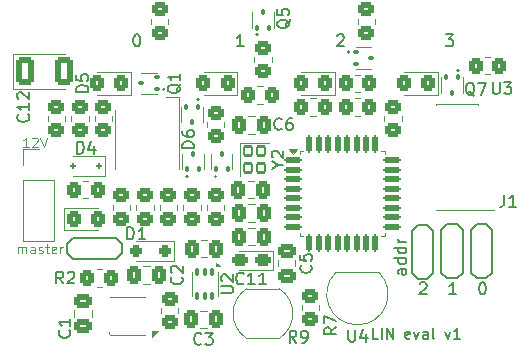
<source format=gto>
%TF.GenerationSoftware,KiCad,Pcbnew,8.0.5-8.0.5-0~ubuntu20.04.1*%
%TF.CreationDate,2024-10-09T10:57:02+02:00*%
%TF.ProjectId,LIN_eval,4c494e5f-6576-4616-9c2e-6b696361645f,rev?*%
%TF.SameCoordinates,Original*%
%TF.FileFunction,Legend,Top*%
%TF.FilePolarity,Positive*%
%FSLAX46Y46*%
G04 Gerber Fmt 4.6, Leading zero omitted, Abs format (unit mm)*
G04 Created by KiCad (PCBNEW 8.0.5-8.0.5-0~ubuntu20.04.1) date 2024-10-09 10:57:02*
%MOMM*%
%LPD*%
G01*
G04 APERTURE LIST*
G04 Aperture macros list*
%AMRoundRect*
0 Rectangle with rounded corners*
0 $1 Rounding radius*
0 $2 $3 $4 $5 $6 $7 $8 $9 X,Y pos of 4 corners*
0 Add a 4 corners polygon primitive as box body*
4,1,4,$2,$3,$4,$5,$6,$7,$8,$9,$2,$3,0*
0 Add four circle primitives for the rounded corners*
1,1,$1+$1,$2,$3*
1,1,$1+$1,$4,$5*
1,1,$1+$1,$6,$7*
1,1,$1+$1,$8,$9*
0 Add four rect primitives between the rounded corners*
20,1,$1+$1,$2,$3,$4,$5,0*
20,1,$1+$1,$4,$5,$6,$7,0*
20,1,$1+$1,$6,$7,$8,$9,0*
20,1,$1+$1,$8,$9,$2,$3,0*%
G04 Aperture macros list end*
%ADD10C,0.100000*%
%ADD11C,0.150000*%
%ADD12C,0.120000*%
%ADD13RoundRect,0.250000X-0.450000X0.350000X-0.450000X-0.350000X0.450000X-0.350000X0.450000X0.350000X0*%
%ADD14RoundRect,0.250000X0.325000X0.450000X-0.325000X0.450000X-0.325000X-0.450000X0.325000X-0.450000X0*%
%ADD15RoundRect,0.102000X-0.323000X0.373000X-0.323000X-0.373000X0.323000X-0.373000X0.323000X0.373000X0*%
%ADD16RoundRect,0.100000X-0.100000X0.155000X-0.100000X-0.155000X0.100000X-0.155000X0.100000X0.155000X0*%
%ADD17RoundRect,0.250000X0.337500X0.475000X-0.337500X0.475000X-0.337500X-0.475000X0.337500X-0.475000X0*%
%ADD18RoundRect,0.100000X-0.155000X-0.100000X0.155000X-0.100000X0.155000X0.100000X-0.155000X0.100000X0*%
%ADD19R,1.050000X1.500000*%
%ADD20O,1.050000X1.500000*%
%ADD21C,1.400000*%
%ADD22RoundRect,0.250001X-0.499999X-0.924999X0.499999X-0.924999X0.499999X0.924999X-0.499999X0.924999X0*%
%ADD23RoundRect,0.250000X-0.337500X-0.475000X0.337500X-0.475000X0.337500X0.475000X-0.337500X0.475000X0*%
%ADD24RoundRect,0.250000X0.450000X-0.350000X0.450000X0.350000X-0.450000X0.350000X-0.450000X-0.350000X0*%
%ADD25RoundRect,0.250000X-0.350000X-0.450000X0.350000X-0.450000X0.350000X0.450000X-0.350000X0.450000X0*%
%ADD26R,0.650000X0.350000*%
%ADD27R,1.550000X2.400000*%
%ADD28RoundRect,0.100000X0.100000X-0.155000X0.100000X0.155000X-0.100000X0.155000X-0.100000X-0.155000X0*%
%ADD29RoundRect,0.250000X-0.475000X0.337500X-0.475000X-0.337500X0.475000X-0.337500X0.475000X0.337500X0*%
%ADD30RoundRect,0.250000X0.350000X0.450000X-0.350000X0.450000X-0.350000X-0.450000X0.350000X-0.450000X0*%
%ADD31RoundRect,0.250000X0.400000X0.275000X-0.400000X0.275000X-0.400000X-0.275000X0.400000X-0.275000X0*%
%ADD32C,2.200000*%
%ADD33RoundRect,0.100000X0.155000X0.100000X-0.155000X0.100000X-0.155000X-0.100000X0.155000X-0.100000X0*%
%ADD34RoundRect,0.125000X-0.625000X-0.125000X0.625000X-0.125000X0.625000X0.125000X-0.625000X0.125000X0*%
%ADD35RoundRect,0.125000X-0.125000X-0.625000X0.125000X-0.625000X0.125000X0.625000X-0.125000X0.625000X0*%
%ADD36RoundRect,0.075000X-0.075000X0.247500X-0.075000X-0.247500X0.075000X-0.247500X0.075000X0.247500X0*%
%ADD37R,1.700000X1.010000*%
%ADD38C,1.600000*%
%ADD39R,2.400000X0.740000*%
%ADD40RoundRect,0.250000X-0.325000X-0.450000X0.325000X-0.450000X0.325000X0.450000X-0.325000X0.450000X0*%
%ADD41R,1.700000X1.700000*%
%ADD42O,1.700000X1.700000*%
%ADD43R,1.100000X2.000000*%
%ADD44RoundRect,0.250000X0.250000X0.250000X-0.250000X0.250000X-0.250000X-0.250000X0.250000X-0.250000X0*%
%ADD45RoundRect,0.125000X0.125000X0.125000X-0.125000X0.125000X-0.125000X-0.125000X0.125000X-0.125000X0*%
%ADD46R,1.800000X1.800000*%
%ADD47C,1.800000*%
G04 APERTURE END LIST*
D10*
X121675312Y-86896895D02*
X121218169Y-86896895D01*
X121446741Y-86896895D02*
X121446741Y-86096895D01*
X121446741Y-86096895D02*
X121370550Y-86211180D01*
X121370550Y-86211180D02*
X121294360Y-86287371D01*
X121294360Y-86287371D02*
X121218169Y-86325466D01*
X121980074Y-86173085D02*
X122018170Y-86134990D01*
X122018170Y-86134990D02*
X122094360Y-86096895D01*
X122094360Y-86096895D02*
X122284836Y-86096895D01*
X122284836Y-86096895D02*
X122361027Y-86134990D01*
X122361027Y-86134990D02*
X122399122Y-86173085D01*
X122399122Y-86173085D02*
X122437217Y-86249276D01*
X122437217Y-86249276D02*
X122437217Y-86325466D01*
X122437217Y-86325466D02*
X122399122Y-86439752D01*
X122399122Y-86439752D02*
X121941979Y-86896895D01*
X121941979Y-86896895D02*
X122437217Y-86896895D01*
X122665789Y-86096895D02*
X122932456Y-86896895D01*
X122932456Y-86896895D02*
X123199122Y-86096895D01*
D11*
X151241541Y-103132057D02*
X150812969Y-103132057D01*
X150812969Y-103132057D02*
X150812969Y-102232057D01*
X151541540Y-103132057D02*
X151541540Y-102232057D01*
X151970111Y-103132057D02*
X151970111Y-102232057D01*
X151970111Y-102232057D02*
X152484397Y-103132057D01*
X152484397Y-103132057D02*
X152484397Y-102232057D01*
X153941539Y-103089200D02*
X153855825Y-103132057D01*
X153855825Y-103132057D02*
X153684397Y-103132057D01*
X153684397Y-103132057D02*
X153598682Y-103089200D01*
X153598682Y-103089200D02*
X153555825Y-103003485D01*
X153555825Y-103003485D02*
X153555825Y-102660628D01*
X153555825Y-102660628D02*
X153598682Y-102574914D01*
X153598682Y-102574914D02*
X153684397Y-102532057D01*
X153684397Y-102532057D02*
X153855825Y-102532057D01*
X153855825Y-102532057D02*
X153941539Y-102574914D01*
X153941539Y-102574914D02*
X153984397Y-102660628D01*
X153984397Y-102660628D02*
X153984397Y-102746342D01*
X153984397Y-102746342D02*
X153555825Y-102832057D01*
X154284397Y-102532057D02*
X154498683Y-103132057D01*
X154498683Y-103132057D02*
X154712968Y-102532057D01*
X155441540Y-103132057D02*
X155441540Y-102660628D01*
X155441540Y-102660628D02*
X155398682Y-102574914D01*
X155398682Y-102574914D02*
X155312968Y-102532057D01*
X155312968Y-102532057D02*
X155141540Y-102532057D01*
X155141540Y-102532057D02*
X155055825Y-102574914D01*
X155441540Y-103089200D02*
X155355825Y-103132057D01*
X155355825Y-103132057D02*
X155141540Y-103132057D01*
X155141540Y-103132057D02*
X155055825Y-103089200D01*
X155055825Y-103089200D02*
X155012968Y-103003485D01*
X155012968Y-103003485D02*
X155012968Y-102917771D01*
X155012968Y-102917771D02*
X155055825Y-102832057D01*
X155055825Y-102832057D02*
X155141540Y-102789200D01*
X155141540Y-102789200D02*
X155355825Y-102789200D01*
X155355825Y-102789200D02*
X155441540Y-102746342D01*
X155998683Y-103132057D02*
X155912968Y-103089200D01*
X155912968Y-103089200D02*
X155870111Y-103003485D01*
X155870111Y-103003485D02*
X155870111Y-102232057D01*
X156941540Y-102532057D02*
X157155826Y-103132057D01*
X157155826Y-103132057D02*
X157370111Y-102532057D01*
X158184397Y-103132057D02*
X157670111Y-103132057D01*
X157927254Y-103132057D02*
X157927254Y-102232057D01*
X157927254Y-102232057D02*
X157841540Y-102360628D01*
X157841540Y-102360628D02*
X157755825Y-102446342D01*
X157755825Y-102446342D02*
X157670111Y-102489200D01*
X147789160Y-77465057D02*
X147836779Y-77417438D01*
X147836779Y-77417438D02*
X147932017Y-77369819D01*
X147932017Y-77369819D02*
X148170112Y-77369819D01*
X148170112Y-77369819D02*
X148265350Y-77417438D01*
X148265350Y-77417438D02*
X148312969Y-77465057D01*
X148312969Y-77465057D02*
X148360588Y-77560295D01*
X148360588Y-77560295D02*
X148360588Y-77655533D01*
X148360588Y-77655533D02*
X148312969Y-77798390D01*
X148312969Y-77798390D02*
X147741541Y-78369819D01*
X147741541Y-78369819D02*
X148360588Y-78369819D01*
X130777255Y-77369819D02*
X130872493Y-77369819D01*
X130872493Y-77369819D02*
X130967731Y-77417438D01*
X130967731Y-77417438D02*
X131015350Y-77465057D01*
X131015350Y-77465057D02*
X131062969Y-77560295D01*
X131062969Y-77560295D02*
X131110588Y-77750771D01*
X131110588Y-77750771D02*
X131110588Y-77988866D01*
X131110588Y-77988866D02*
X131062969Y-78179342D01*
X131062969Y-78179342D02*
X131015350Y-78274580D01*
X131015350Y-78274580D02*
X130967731Y-78322200D01*
X130967731Y-78322200D02*
X130872493Y-78369819D01*
X130872493Y-78369819D02*
X130777255Y-78369819D01*
X130777255Y-78369819D02*
X130682017Y-78322200D01*
X130682017Y-78322200D02*
X130634398Y-78274580D01*
X130634398Y-78274580D02*
X130586779Y-78179342D01*
X130586779Y-78179342D02*
X130539160Y-77988866D01*
X130539160Y-77988866D02*
X130539160Y-77750771D01*
X130539160Y-77750771D02*
X130586779Y-77560295D01*
X130586779Y-77560295D02*
X130634398Y-77465057D01*
X130634398Y-77465057D02*
X130682017Y-77417438D01*
X130682017Y-77417438D02*
X130777255Y-77369819D01*
X153619819Y-97234649D02*
X153096009Y-97234649D01*
X153096009Y-97234649D02*
X153000771Y-97282268D01*
X153000771Y-97282268D02*
X152953152Y-97377506D01*
X152953152Y-97377506D02*
X152953152Y-97567982D01*
X152953152Y-97567982D02*
X153000771Y-97663220D01*
X153572200Y-97234649D02*
X153619819Y-97329887D01*
X153619819Y-97329887D02*
X153619819Y-97567982D01*
X153619819Y-97567982D02*
X153572200Y-97663220D01*
X153572200Y-97663220D02*
X153476961Y-97710839D01*
X153476961Y-97710839D02*
X153381723Y-97710839D01*
X153381723Y-97710839D02*
X153286485Y-97663220D01*
X153286485Y-97663220D02*
X153238866Y-97567982D01*
X153238866Y-97567982D02*
X153238866Y-97329887D01*
X153238866Y-97329887D02*
X153191247Y-97234649D01*
X153619819Y-96329887D02*
X152619819Y-96329887D01*
X153572200Y-96329887D02*
X153619819Y-96425125D01*
X153619819Y-96425125D02*
X153619819Y-96615601D01*
X153619819Y-96615601D02*
X153572200Y-96710839D01*
X153572200Y-96710839D02*
X153524580Y-96758458D01*
X153524580Y-96758458D02*
X153429342Y-96806077D01*
X153429342Y-96806077D02*
X153143628Y-96806077D01*
X153143628Y-96806077D02*
X153048390Y-96758458D01*
X153048390Y-96758458D02*
X153000771Y-96710839D01*
X153000771Y-96710839D02*
X152953152Y-96615601D01*
X152953152Y-96615601D02*
X152953152Y-96425125D01*
X152953152Y-96425125D02*
X153000771Y-96329887D01*
X153619819Y-95425125D02*
X152619819Y-95425125D01*
X153572200Y-95425125D02*
X153619819Y-95520363D01*
X153619819Y-95520363D02*
X153619819Y-95710839D01*
X153619819Y-95710839D02*
X153572200Y-95806077D01*
X153572200Y-95806077D02*
X153524580Y-95853696D01*
X153524580Y-95853696D02*
X153429342Y-95901315D01*
X153429342Y-95901315D02*
X153143628Y-95901315D01*
X153143628Y-95901315D02*
X153048390Y-95853696D01*
X153048390Y-95853696D02*
X153000771Y-95806077D01*
X153000771Y-95806077D02*
X152953152Y-95710839D01*
X152953152Y-95710839D02*
X152953152Y-95520363D01*
X152953152Y-95520363D02*
X153000771Y-95425125D01*
X153619819Y-94948934D02*
X152953152Y-94948934D01*
X153143628Y-94948934D02*
X153048390Y-94901315D01*
X153048390Y-94901315D02*
X153000771Y-94853696D01*
X153000771Y-94853696D02*
X152953152Y-94758458D01*
X152953152Y-94758458D02*
X152953152Y-94663220D01*
X139860588Y-78369819D02*
X139289160Y-78369819D01*
X139574874Y-78369819D02*
X139574874Y-77369819D01*
X139574874Y-77369819D02*
X139479636Y-77512676D01*
X139479636Y-77512676D02*
X139384398Y-77607914D01*
X139384398Y-77607914D02*
X139289160Y-77655533D01*
X157860588Y-99369819D02*
X157289160Y-99369819D01*
X157574874Y-99369819D02*
X157574874Y-98369819D01*
X157574874Y-98369819D02*
X157479636Y-98512676D01*
X157479636Y-98512676D02*
X157384398Y-98607914D01*
X157384398Y-98607914D02*
X157289160Y-98655533D01*
X160027255Y-98369819D02*
X160122493Y-98369819D01*
X160122493Y-98369819D02*
X160217731Y-98417438D01*
X160217731Y-98417438D02*
X160265350Y-98465057D01*
X160265350Y-98465057D02*
X160312969Y-98560295D01*
X160312969Y-98560295D02*
X160360588Y-98750771D01*
X160360588Y-98750771D02*
X160360588Y-98988866D01*
X160360588Y-98988866D02*
X160312969Y-99179342D01*
X160312969Y-99179342D02*
X160265350Y-99274580D01*
X160265350Y-99274580D02*
X160217731Y-99322200D01*
X160217731Y-99322200D02*
X160122493Y-99369819D01*
X160122493Y-99369819D02*
X160027255Y-99369819D01*
X160027255Y-99369819D02*
X159932017Y-99322200D01*
X159932017Y-99322200D02*
X159884398Y-99274580D01*
X159884398Y-99274580D02*
X159836779Y-99179342D01*
X159836779Y-99179342D02*
X159789160Y-98988866D01*
X159789160Y-98988866D02*
X159789160Y-98750771D01*
X159789160Y-98750771D02*
X159836779Y-98560295D01*
X159836779Y-98560295D02*
X159884398Y-98465057D01*
X159884398Y-98465057D02*
X159932017Y-98417438D01*
X159932017Y-98417438D02*
X160027255Y-98369819D01*
D10*
X120756265Y-95896895D02*
X120756265Y-95363561D01*
X120756265Y-95439752D02*
X120794360Y-95401657D01*
X120794360Y-95401657D02*
X120870550Y-95363561D01*
X120870550Y-95363561D02*
X120984836Y-95363561D01*
X120984836Y-95363561D02*
X121061027Y-95401657D01*
X121061027Y-95401657D02*
X121099122Y-95477847D01*
X121099122Y-95477847D02*
X121099122Y-95896895D01*
X121099122Y-95477847D02*
X121137217Y-95401657D01*
X121137217Y-95401657D02*
X121213408Y-95363561D01*
X121213408Y-95363561D02*
X121327693Y-95363561D01*
X121327693Y-95363561D02*
X121403884Y-95401657D01*
X121403884Y-95401657D02*
X121441979Y-95477847D01*
X121441979Y-95477847D02*
X121441979Y-95896895D01*
X122165789Y-95896895D02*
X122165789Y-95477847D01*
X122165789Y-95477847D02*
X122127694Y-95401657D01*
X122127694Y-95401657D02*
X122051503Y-95363561D01*
X122051503Y-95363561D02*
X121899122Y-95363561D01*
X121899122Y-95363561D02*
X121822932Y-95401657D01*
X122165789Y-95858800D02*
X122089598Y-95896895D01*
X122089598Y-95896895D02*
X121899122Y-95896895D01*
X121899122Y-95896895D02*
X121822932Y-95858800D01*
X121822932Y-95858800D02*
X121784836Y-95782609D01*
X121784836Y-95782609D02*
X121784836Y-95706419D01*
X121784836Y-95706419D02*
X121822932Y-95630228D01*
X121822932Y-95630228D02*
X121899122Y-95592133D01*
X121899122Y-95592133D02*
X122089598Y-95592133D01*
X122089598Y-95592133D02*
X122165789Y-95554038D01*
X122508646Y-95858800D02*
X122584837Y-95896895D01*
X122584837Y-95896895D02*
X122737218Y-95896895D01*
X122737218Y-95896895D02*
X122813408Y-95858800D01*
X122813408Y-95858800D02*
X122851504Y-95782609D01*
X122851504Y-95782609D02*
X122851504Y-95744514D01*
X122851504Y-95744514D02*
X122813408Y-95668323D01*
X122813408Y-95668323D02*
X122737218Y-95630228D01*
X122737218Y-95630228D02*
X122622932Y-95630228D01*
X122622932Y-95630228D02*
X122546742Y-95592133D01*
X122546742Y-95592133D02*
X122508646Y-95515942D01*
X122508646Y-95515942D02*
X122508646Y-95477847D01*
X122508646Y-95477847D02*
X122546742Y-95401657D01*
X122546742Y-95401657D02*
X122622932Y-95363561D01*
X122622932Y-95363561D02*
X122737218Y-95363561D01*
X122737218Y-95363561D02*
X122813408Y-95401657D01*
X123080075Y-95363561D02*
X123384837Y-95363561D01*
X123194361Y-95096895D02*
X123194361Y-95782609D01*
X123194361Y-95782609D02*
X123232456Y-95858800D01*
X123232456Y-95858800D02*
X123308646Y-95896895D01*
X123308646Y-95896895D02*
X123384837Y-95896895D01*
X123956266Y-95858800D02*
X123880075Y-95896895D01*
X123880075Y-95896895D02*
X123727694Y-95896895D01*
X123727694Y-95896895D02*
X123651504Y-95858800D01*
X123651504Y-95858800D02*
X123613408Y-95782609D01*
X123613408Y-95782609D02*
X123613408Y-95477847D01*
X123613408Y-95477847D02*
X123651504Y-95401657D01*
X123651504Y-95401657D02*
X123727694Y-95363561D01*
X123727694Y-95363561D02*
X123880075Y-95363561D01*
X123880075Y-95363561D02*
X123956266Y-95401657D01*
X123956266Y-95401657D02*
X123994361Y-95477847D01*
X123994361Y-95477847D02*
X123994361Y-95554038D01*
X123994361Y-95554038D02*
X123613408Y-95630228D01*
X124337218Y-95896895D02*
X124337218Y-95363561D01*
X124337218Y-95515942D02*
X124375313Y-95439752D01*
X124375313Y-95439752D02*
X124413408Y-95401657D01*
X124413408Y-95401657D02*
X124489599Y-95363561D01*
X124489599Y-95363561D02*
X124565789Y-95363561D01*
D11*
X154789160Y-98465057D02*
X154836779Y-98417438D01*
X154836779Y-98417438D02*
X154932017Y-98369819D01*
X154932017Y-98369819D02*
X155170112Y-98369819D01*
X155170112Y-98369819D02*
X155265350Y-98417438D01*
X155265350Y-98417438D02*
X155312969Y-98465057D01*
X155312969Y-98465057D02*
X155360588Y-98560295D01*
X155360588Y-98560295D02*
X155360588Y-98655533D01*
X155360588Y-98655533D02*
X155312969Y-98798390D01*
X155312969Y-98798390D02*
X154741541Y-99369819D01*
X154741541Y-99369819D02*
X155360588Y-99369819D01*
X156991541Y-77369819D02*
X157610588Y-77369819D01*
X157610588Y-77369819D02*
X157277255Y-77750771D01*
X157277255Y-77750771D02*
X157420112Y-77750771D01*
X157420112Y-77750771D02*
X157515350Y-77798390D01*
X157515350Y-77798390D02*
X157562969Y-77846009D01*
X157562969Y-77846009D02*
X157610588Y-77941247D01*
X157610588Y-77941247D02*
X157610588Y-78179342D01*
X157610588Y-78179342D02*
X157562969Y-78274580D01*
X157562969Y-78274580D02*
X157515350Y-78322200D01*
X157515350Y-78322200D02*
X157420112Y-78369819D01*
X157420112Y-78369819D02*
X157134398Y-78369819D01*
X157134398Y-78369819D02*
X157039160Y-78322200D01*
X157039160Y-78322200D02*
X156991541Y-78274580D01*
X142753628Y-88401190D02*
X143229819Y-88401190D01*
X142229819Y-88734523D02*
X142753628Y-88401190D01*
X142753628Y-88401190D02*
X142229819Y-88067857D01*
X142325057Y-87782142D02*
X142277438Y-87734523D01*
X142277438Y-87734523D02*
X142229819Y-87639285D01*
X142229819Y-87639285D02*
X142229819Y-87401190D01*
X142229819Y-87401190D02*
X142277438Y-87305952D01*
X142277438Y-87305952D02*
X142325057Y-87258333D01*
X142325057Y-87258333D02*
X142420295Y-87210714D01*
X142420295Y-87210714D02*
X142515533Y-87210714D01*
X142515533Y-87210714D02*
X142658390Y-87258333D01*
X142658390Y-87258333D02*
X143229819Y-87829761D01*
X143229819Y-87829761D02*
X143229819Y-87210714D01*
X134550057Y-81595238D02*
X134502438Y-81690476D01*
X134502438Y-81690476D02*
X134407200Y-81785714D01*
X134407200Y-81785714D02*
X134264342Y-81928571D01*
X134264342Y-81928571D02*
X134216723Y-82023809D01*
X134216723Y-82023809D02*
X134216723Y-82119047D01*
X134454819Y-82071428D02*
X134407200Y-82166666D01*
X134407200Y-82166666D02*
X134311961Y-82261904D01*
X134311961Y-82261904D02*
X134121485Y-82309523D01*
X134121485Y-82309523D02*
X133788152Y-82309523D01*
X133788152Y-82309523D02*
X133597676Y-82261904D01*
X133597676Y-82261904D02*
X133502438Y-82166666D01*
X133502438Y-82166666D02*
X133454819Y-82071428D01*
X133454819Y-82071428D02*
X133454819Y-81880952D01*
X133454819Y-81880952D02*
X133502438Y-81785714D01*
X133502438Y-81785714D02*
X133597676Y-81690476D01*
X133597676Y-81690476D02*
X133788152Y-81642857D01*
X133788152Y-81642857D02*
X134121485Y-81642857D01*
X134121485Y-81642857D02*
X134311961Y-81690476D01*
X134311961Y-81690476D02*
X134407200Y-81785714D01*
X134407200Y-81785714D02*
X134454819Y-81880952D01*
X134454819Y-81880952D02*
X134454819Y-82071428D01*
X134454819Y-80690476D02*
X134454819Y-81261904D01*
X134454819Y-80976190D02*
X133454819Y-80976190D01*
X133454819Y-80976190D02*
X133597676Y-81071428D01*
X133597676Y-81071428D02*
X133692914Y-81166666D01*
X133692914Y-81166666D02*
X133740533Y-81261904D01*
X136295833Y-103539580D02*
X136248214Y-103587200D01*
X136248214Y-103587200D02*
X136105357Y-103634819D01*
X136105357Y-103634819D02*
X136010119Y-103634819D01*
X136010119Y-103634819D02*
X135867262Y-103587200D01*
X135867262Y-103587200D02*
X135772024Y-103491961D01*
X135772024Y-103491961D02*
X135724405Y-103396723D01*
X135724405Y-103396723D02*
X135676786Y-103206247D01*
X135676786Y-103206247D02*
X135676786Y-103063390D01*
X135676786Y-103063390D02*
X135724405Y-102872914D01*
X135724405Y-102872914D02*
X135772024Y-102777676D01*
X135772024Y-102777676D02*
X135867262Y-102682438D01*
X135867262Y-102682438D02*
X136010119Y-102634819D01*
X136010119Y-102634819D02*
X136105357Y-102634819D01*
X136105357Y-102634819D02*
X136248214Y-102682438D01*
X136248214Y-102682438D02*
X136295833Y-102730057D01*
X136629167Y-102634819D02*
X137248214Y-102634819D01*
X137248214Y-102634819D02*
X136914881Y-103015771D01*
X136914881Y-103015771D02*
X137057738Y-103015771D01*
X137057738Y-103015771D02*
X137152976Y-103063390D01*
X137152976Y-103063390D02*
X137200595Y-103111009D01*
X137200595Y-103111009D02*
X137248214Y-103206247D01*
X137248214Y-103206247D02*
X137248214Y-103444342D01*
X137248214Y-103444342D02*
X137200595Y-103539580D01*
X137200595Y-103539580D02*
X137152976Y-103587200D01*
X137152976Y-103587200D02*
X137057738Y-103634819D01*
X137057738Y-103634819D02*
X136772024Y-103634819D01*
X136772024Y-103634819D02*
X136676786Y-103587200D01*
X136676786Y-103587200D02*
X136629167Y-103539580D01*
X148738095Y-102374819D02*
X148738095Y-103184342D01*
X148738095Y-103184342D02*
X148785714Y-103279580D01*
X148785714Y-103279580D02*
X148833333Y-103327200D01*
X148833333Y-103327200D02*
X148928571Y-103374819D01*
X148928571Y-103374819D02*
X149119047Y-103374819D01*
X149119047Y-103374819D02*
X149214285Y-103327200D01*
X149214285Y-103327200D02*
X149261904Y-103279580D01*
X149261904Y-103279580D02*
X149309523Y-103184342D01*
X149309523Y-103184342D02*
X149309523Y-102374819D01*
X150214285Y-102708152D02*
X150214285Y-103374819D01*
X149976190Y-102327200D02*
X149738095Y-103041485D01*
X149738095Y-103041485D02*
X150357142Y-103041485D01*
X143800057Y-76095238D02*
X143752438Y-76190476D01*
X143752438Y-76190476D02*
X143657200Y-76285714D01*
X143657200Y-76285714D02*
X143514342Y-76428571D01*
X143514342Y-76428571D02*
X143466723Y-76523809D01*
X143466723Y-76523809D02*
X143466723Y-76619047D01*
X143704819Y-76571428D02*
X143657200Y-76666666D01*
X143657200Y-76666666D02*
X143561961Y-76761904D01*
X143561961Y-76761904D02*
X143371485Y-76809523D01*
X143371485Y-76809523D02*
X143038152Y-76809523D01*
X143038152Y-76809523D02*
X142847676Y-76761904D01*
X142847676Y-76761904D02*
X142752438Y-76666666D01*
X142752438Y-76666666D02*
X142704819Y-76571428D01*
X142704819Y-76571428D02*
X142704819Y-76380952D01*
X142704819Y-76380952D02*
X142752438Y-76285714D01*
X142752438Y-76285714D02*
X142847676Y-76190476D01*
X142847676Y-76190476D02*
X143038152Y-76142857D01*
X143038152Y-76142857D02*
X143371485Y-76142857D01*
X143371485Y-76142857D02*
X143561961Y-76190476D01*
X143561961Y-76190476D02*
X143657200Y-76285714D01*
X143657200Y-76285714D02*
X143704819Y-76380952D01*
X143704819Y-76380952D02*
X143704819Y-76571428D01*
X142704819Y-75238095D02*
X142704819Y-75714285D01*
X142704819Y-75714285D02*
X143181009Y-75761904D01*
X143181009Y-75761904D02*
X143133390Y-75714285D01*
X143133390Y-75714285D02*
X143085771Y-75619047D01*
X143085771Y-75619047D02*
X143085771Y-75380952D01*
X143085771Y-75380952D02*
X143133390Y-75285714D01*
X143133390Y-75285714D02*
X143181009Y-75238095D01*
X143181009Y-75238095D02*
X143276247Y-75190476D01*
X143276247Y-75190476D02*
X143514342Y-75190476D01*
X143514342Y-75190476D02*
X143609580Y-75238095D01*
X143609580Y-75238095D02*
X143657200Y-75285714D01*
X143657200Y-75285714D02*
X143704819Y-75380952D01*
X143704819Y-75380952D02*
X143704819Y-75619047D01*
X143704819Y-75619047D02*
X143657200Y-75714285D01*
X143657200Y-75714285D02*
X143609580Y-75761904D01*
X121609580Y-84142857D02*
X121657200Y-84190476D01*
X121657200Y-84190476D02*
X121704819Y-84333333D01*
X121704819Y-84333333D02*
X121704819Y-84428571D01*
X121704819Y-84428571D02*
X121657200Y-84571428D01*
X121657200Y-84571428D02*
X121561961Y-84666666D01*
X121561961Y-84666666D02*
X121466723Y-84714285D01*
X121466723Y-84714285D02*
X121276247Y-84761904D01*
X121276247Y-84761904D02*
X121133390Y-84761904D01*
X121133390Y-84761904D02*
X120942914Y-84714285D01*
X120942914Y-84714285D02*
X120847676Y-84666666D01*
X120847676Y-84666666D02*
X120752438Y-84571428D01*
X120752438Y-84571428D02*
X120704819Y-84428571D01*
X120704819Y-84428571D02*
X120704819Y-84333333D01*
X120704819Y-84333333D02*
X120752438Y-84190476D01*
X120752438Y-84190476D02*
X120800057Y-84142857D01*
X121704819Y-83190476D02*
X121704819Y-83761904D01*
X121704819Y-83476190D02*
X120704819Y-83476190D01*
X120704819Y-83476190D02*
X120847676Y-83571428D01*
X120847676Y-83571428D02*
X120942914Y-83666666D01*
X120942914Y-83666666D02*
X120990533Y-83761904D01*
X120800057Y-82809523D02*
X120752438Y-82761904D01*
X120752438Y-82761904D02*
X120704819Y-82666666D01*
X120704819Y-82666666D02*
X120704819Y-82428571D01*
X120704819Y-82428571D02*
X120752438Y-82333333D01*
X120752438Y-82333333D02*
X120800057Y-82285714D01*
X120800057Y-82285714D02*
X120895295Y-82238095D01*
X120895295Y-82238095D02*
X120990533Y-82238095D01*
X120990533Y-82238095D02*
X121133390Y-82285714D01*
X121133390Y-82285714D02*
X121704819Y-82857142D01*
X121704819Y-82857142D02*
X121704819Y-82238095D01*
X134609580Y-97916666D02*
X134657200Y-97964285D01*
X134657200Y-97964285D02*
X134704819Y-98107142D01*
X134704819Y-98107142D02*
X134704819Y-98202380D01*
X134704819Y-98202380D02*
X134657200Y-98345237D01*
X134657200Y-98345237D02*
X134561961Y-98440475D01*
X134561961Y-98440475D02*
X134466723Y-98488094D01*
X134466723Y-98488094D02*
X134276247Y-98535713D01*
X134276247Y-98535713D02*
X134133390Y-98535713D01*
X134133390Y-98535713D02*
X133942914Y-98488094D01*
X133942914Y-98488094D02*
X133847676Y-98440475D01*
X133847676Y-98440475D02*
X133752438Y-98345237D01*
X133752438Y-98345237D02*
X133704819Y-98202380D01*
X133704819Y-98202380D02*
X133704819Y-98107142D01*
X133704819Y-98107142D02*
X133752438Y-97964285D01*
X133752438Y-97964285D02*
X133800057Y-97916666D01*
X133800057Y-97535713D02*
X133752438Y-97488094D01*
X133752438Y-97488094D02*
X133704819Y-97392856D01*
X133704819Y-97392856D02*
X133704819Y-97154761D01*
X133704819Y-97154761D02*
X133752438Y-97059523D01*
X133752438Y-97059523D02*
X133800057Y-97011904D01*
X133800057Y-97011904D02*
X133895295Y-96964285D01*
X133895295Y-96964285D02*
X133990533Y-96964285D01*
X133990533Y-96964285D02*
X134133390Y-97011904D01*
X134133390Y-97011904D02*
X134704819Y-97583332D01*
X134704819Y-97583332D02*
X134704819Y-96964285D01*
X147704819Y-102166666D02*
X147228628Y-102499999D01*
X147704819Y-102738094D02*
X146704819Y-102738094D01*
X146704819Y-102738094D02*
X146704819Y-102357142D01*
X146704819Y-102357142D02*
X146752438Y-102261904D01*
X146752438Y-102261904D02*
X146800057Y-102214285D01*
X146800057Y-102214285D02*
X146895295Y-102166666D01*
X146895295Y-102166666D02*
X147038152Y-102166666D01*
X147038152Y-102166666D02*
X147133390Y-102214285D01*
X147133390Y-102214285D02*
X147181009Y-102261904D01*
X147181009Y-102261904D02*
X147228628Y-102357142D01*
X147228628Y-102357142D02*
X147228628Y-102738094D01*
X146704819Y-101833332D02*
X146704819Y-101166666D01*
X146704819Y-101166666D02*
X147704819Y-101595237D01*
X159404761Y-82550057D02*
X159309523Y-82502438D01*
X159309523Y-82502438D02*
X159214285Y-82407200D01*
X159214285Y-82407200D02*
X159071428Y-82264342D01*
X159071428Y-82264342D02*
X158976190Y-82216723D01*
X158976190Y-82216723D02*
X158880952Y-82216723D01*
X158928571Y-82454819D02*
X158833333Y-82407200D01*
X158833333Y-82407200D02*
X158738095Y-82311961D01*
X158738095Y-82311961D02*
X158690476Y-82121485D01*
X158690476Y-82121485D02*
X158690476Y-81788152D01*
X158690476Y-81788152D02*
X158738095Y-81597676D01*
X158738095Y-81597676D02*
X158833333Y-81502438D01*
X158833333Y-81502438D02*
X158928571Y-81454819D01*
X158928571Y-81454819D02*
X159119047Y-81454819D01*
X159119047Y-81454819D02*
X159214285Y-81502438D01*
X159214285Y-81502438D02*
X159309523Y-81597676D01*
X159309523Y-81597676D02*
X159357142Y-81788152D01*
X159357142Y-81788152D02*
X159357142Y-82121485D01*
X159357142Y-82121485D02*
X159309523Y-82311961D01*
X159309523Y-82311961D02*
X159214285Y-82407200D01*
X159214285Y-82407200D02*
X159119047Y-82454819D01*
X159119047Y-82454819D02*
X158928571Y-82454819D01*
X159690476Y-81454819D02*
X160357142Y-81454819D01*
X160357142Y-81454819D02*
X159928571Y-82454819D01*
X125109580Y-102416666D02*
X125157200Y-102464285D01*
X125157200Y-102464285D02*
X125204819Y-102607142D01*
X125204819Y-102607142D02*
X125204819Y-102702380D01*
X125204819Y-102702380D02*
X125157200Y-102845237D01*
X125157200Y-102845237D02*
X125061961Y-102940475D01*
X125061961Y-102940475D02*
X124966723Y-102988094D01*
X124966723Y-102988094D02*
X124776247Y-103035713D01*
X124776247Y-103035713D02*
X124633390Y-103035713D01*
X124633390Y-103035713D02*
X124442914Y-102988094D01*
X124442914Y-102988094D02*
X124347676Y-102940475D01*
X124347676Y-102940475D02*
X124252438Y-102845237D01*
X124252438Y-102845237D02*
X124204819Y-102702380D01*
X124204819Y-102702380D02*
X124204819Y-102607142D01*
X124204819Y-102607142D02*
X124252438Y-102464285D01*
X124252438Y-102464285D02*
X124300057Y-102416666D01*
X125204819Y-101464285D02*
X125204819Y-102035713D01*
X125204819Y-101749999D02*
X124204819Y-101749999D01*
X124204819Y-101749999D02*
X124347676Y-101845237D01*
X124347676Y-101845237D02*
X124442914Y-101940475D01*
X124442914Y-101940475D02*
X124490533Y-102035713D01*
X124583333Y-98454819D02*
X124250000Y-97978628D01*
X124011905Y-98454819D02*
X124011905Y-97454819D01*
X124011905Y-97454819D02*
X124392857Y-97454819D01*
X124392857Y-97454819D02*
X124488095Y-97502438D01*
X124488095Y-97502438D02*
X124535714Y-97550057D01*
X124535714Y-97550057D02*
X124583333Y-97645295D01*
X124583333Y-97645295D02*
X124583333Y-97788152D01*
X124583333Y-97788152D02*
X124535714Y-97883390D01*
X124535714Y-97883390D02*
X124488095Y-97931009D01*
X124488095Y-97931009D02*
X124392857Y-97978628D01*
X124392857Y-97978628D02*
X124011905Y-97978628D01*
X124964286Y-97550057D02*
X125011905Y-97502438D01*
X125011905Y-97502438D02*
X125107143Y-97454819D01*
X125107143Y-97454819D02*
X125345238Y-97454819D01*
X125345238Y-97454819D02*
X125440476Y-97502438D01*
X125440476Y-97502438D02*
X125488095Y-97550057D01*
X125488095Y-97550057D02*
X125535714Y-97645295D01*
X125535714Y-97645295D02*
X125535714Y-97740533D01*
X125535714Y-97740533D02*
X125488095Y-97883390D01*
X125488095Y-97883390D02*
X124916667Y-98454819D01*
X124916667Y-98454819D02*
X125535714Y-98454819D01*
X139857142Y-98439580D02*
X139809523Y-98487200D01*
X139809523Y-98487200D02*
X139666666Y-98534819D01*
X139666666Y-98534819D02*
X139571428Y-98534819D01*
X139571428Y-98534819D02*
X139428571Y-98487200D01*
X139428571Y-98487200D02*
X139333333Y-98391961D01*
X139333333Y-98391961D02*
X139285714Y-98296723D01*
X139285714Y-98296723D02*
X139238095Y-98106247D01*
X139238095Y-98106247D02*
X139238095Y-97963390D01*
X139238095Y-97963390D02*
X139285714Y-97772914D01*
X139285714Y-97772914D02*
X139333333Y-97677676D01*
X139333333Y-97677676D02*
X139428571Y-97582438D01*
X139428571Y-97582438D02*
X139571428Y-97534819D01*
X139571428Y-97534819D02*
X139666666Y-97534819D01*
X139666666Y-97534819D02*
X139809523Y-97582438D01*
X139809523Y-97582438D02*
X139857142Y-97630057D01*
X140809523Y-98534819D02*
X140238095Y-98534819D01*
X140523809Y-98534819D02*
X140523809Y-97534819D01*
X140523809Y-97534819D02*
X140428571Y-97677676D01*
X140428571Y-97677676D02*
X140333333Y-97772914D01*
X140333333Y-97772914D02*
X140238095Y-97820533D01*
X141761904Y-98534819D02*
X141190476Y-98534819D01*
X141476190Y-98534819D02*
X141476190Y-97534819D01*
X141476190Y-97534819D02*
X141380952Y-97677676D01*
X141380952Y-97677676D02*
X141285714Y-97772914D01*
X141285714Y-97772914D02*
X141190476Y-97820533D01*
X160963095Y-81414819D02*
X160963095Y-82224342D01*
X160963095Y-82224342D02*
X161010714Y-82319580D01*
X161010714Y-82319580D02*
X161058333Y-82367200D01*
X161058333Y-82367200D02*
X161153571Y-82414819D01*
X161153571Y-82414819D02*
X161344047Y-82414819D01*
X161344047Y-82414819D02*
X161439285Y-82367200D01*
X161439285Y-82367200D02*
X161486904Y-82319580D01*
X161486904Y-82319580D02*
X161534523Y-82224342D01*
X161534523Y-82224342D02*
X161534523Y-81414819D01*
X161915476Y-81414819D02*
X162534523Y-81414819D01*
X162534523Y-81414819D02*
X162201190Y-81795771D01*
X162201190Y-81795771D02*
X162344047Y-81795771D01*
X162344047Y-81795771D02*
X162439285Y-81843390D01*
X162439285Y-81843390D02*
X162486904Y-81891009D01*
X162486904Y-81891009D02*
X162534523Y-81986247D01*
X162534523Y-81986247D02*
X162534523Y-82224342D01*
X162534523Y-82224342D02*
X162486904Y-82319580D01*
X162486904Y-82319580D02*
X162439285Y-82367200D01*
X162439285Y-82367200D02*
X162344047Y-82414819D01*
X162344047Y-82414819D02*
X162058333Y-82414819D01*
X162058333Y-82414819D02*
X161963095Y-82367200D01*
X161963095Y-82367200D02*
X161915476Y-82319580D01*
X137979819Y-99261904D02*
X138789342Y-99261904D01*
X138789342Y-99261904D02*
X138884580Y-99214285D01*
X138884580Y-99214285D02*
X138932200Y-99166666D01*
X138932200Y-99166666D02*
X138979819Y-99071428D01*
X138979819Y-99071428D02*
X138979819Y-98880952D01*
X138979819Y-98880952D02*
X138932200Y-98785714D01*
X138932200Y-98785714D02*
X138884580Y-98738095D01*
X138884580Y-98738095D02*
X138789342Y-98690476D01*
X138789342Y-98690476D02*
X137979819Y-98690476D01*
X138075057Y-98261904D02*
X138027438Y-98214285D01*
X138027438Y-98214285D02*
X137979819Y-98119047D01*
X137979819Y-98119047D02*
X137979819Y-97880952D01*
X137979819Y-97880952D02*
X138027438Y-97785714D01*
X138027438Y-97785714D02*
X138075057Y-97738095D01*
X138075057Y-97738095D02*
X138170295Y-97690476D01*
X138170295Y-97690476D02*
X138265533Y-97690476D01*
X138265533Y-97690476D02*
X138408390Y-97738095D01*
X138408390Y-97738095D02*
X138979819Y-98309523D01*
X138979819Y-98309523D02*
X138979819Y-97690476D01*
X126704819Y-82238094D02*
X125704819Y-82238094D01*
X125704819Y-82238094D02*
X125704819Y-81999999D01*
X125704819Y-81999999D02*
X125752438Y-81857142D01*
X125752438Y-81857142D02*
X125847676Y-81761904D01*
X125847676Y-81761904D02*
X125942914Y-81714285D01*
X125942914Y-81714285D02*
X126133390Y-81666666D01*
X126133390Y-81666666D02*
X126276247Y-81666666D01*
X126276247Y-81666666D02*
X126466723Y-81714285D01*
X126466723Y-81714285D02*
X126561961Y-81761904D01*
X126561961Y-81761904D02*
X126657200Y-81857142D01*
X126657200Y-81857142D02*
X126704819Y-81999999D01*
X126704819Y-81999999D02*
X126704819Y-82238094D01*
X125704819Y-80761904D02*
X125704819Y-81238094D01*
X125704819Y-81238094D02*
X126181009Y-81285713D01*
X126181009Y-81285713D02*
X126133390Y-81238094D01*
X126133390Y-81238094D02*
X126085771Y-81142856D01*
X126085771Y-81142856D02*
X126085771Y-80904761D01*
X126085771Y-80904761D02*
X126133390Y-80809523D01*
X126133390Y-80809523D02*
X126181009Y-80761904D01*
X126181009Y-80761904D02*
X126276247Y-80714285D01*
X126276247Y-80714285D02*
X126514342Y-80714285D01*
X126514342Y-80714285D02*
X126609580Y-80761904D01*
X126609580Y-80761904D02*
X126657200Y-80809523D01*
X126657200Y-80809523D02*
X126704819Y-80904761D01*
X126704819Y-80904761D02*
X126704819Y-81142856D01*
X126704819Y-81142856D02*
X126657200Y-81238094D01*
X126657200Y-81238094D02*
X126609580Y-81285713D01*
X144333333Y-103454819D02*
X144000000Y-102978628D01*
X143761905Y-103454819D02*
X143761905Y-102454819D01*
X143761905Y-102454819D02*
X144142857Y-102454819D01*
X144142857Y-102454819D02*
X144238095Y-102502438D01*
X144238095Y-102502438D02*
X144285714Y-102550057D01*
X144285714Y-102550057D02*
X144333333Y-102645295D01*
X144333333Y-102645295D02*
X144333333Y-102788152D01*
X144333333Y-102788152D02*
X144285714Y-102883390D01*
X144285714Y-102883390D02*
X144238095Y-102931009D01*
X144238095Y-102931009D02*
X144142857Y-102978628D01*
X144142857Y-102978628D02*
X143761905Y-102978628D01*
X144809524Y-103454819D02*
X145000000Y-103454819D01*
X145000000Y-103454819D02*
X145095238Y-103407200D01*
X145095238Y-103407200D02*
X145142857Y-103359580D01*
X145142857Y-103359580D02*
X145238095Y-103216723D01*
X145238095Y-103216723D02*
X145285714Y-103026247D01*
X145285714Y-103026247D02*
X145285714Y-102645295D01*
X145285714Y-102645295D02*
X145238095Y-102550057D01*
X145238095Y-102550057D02*
X145190476Y-102502438D01*
X145190476Y-102502438D02*
X145095238Y-102454819D01*
X145095238Y-102454819D02*
X144904762Y-102454819D01*
X144904762Y-102454819D02*
X144809524Y-102502438D01*
X144809524Y-102502438D02*
X144761905Y-102550057D01*
X144761905Y-102550057D02*
X144714286Y-102645295D01*
X144714286Y-102645295D02*
X144714286Y-102883390D01*
X144714286Y-102883390D02*
X144761905Y-102978628D01*
X144761905Y-102978628D02*
X144809524Y-103026247D01*
X144809524Y-103026247D02*
X144904762Y-103073866D01*
X144904762Y-103073866D02*
X145095238Y-103073866D01*
X145095238Y-103073866D02*
X145190476Y-103026247D01*
X145190476Y-103026247D02*
X145238095Y-102978628D01*
X145238095Y-102978628D02*
X145285714Y-102883390D01*
X161916666Y-90954819D02*
X161916666Y-91669104D01*
X161916666Y-91669104D02*
X161869047Y-91811961D01*
X161869047Y-91811961D02*
X161773809Y-91907200D01*
X161773809Y-91907200D02*
X161630952Y-91954819D01*
X161630952Y-91954819D02*
X161535714Y-91954819D01*
X162916666Y-91954819D02*
X162345238Y-91954819D01*
X162630952Y-91954819D02*
X162630952Y-90954819D01*
X162630952Y-90954819D02*
X162535714Y-91097676D01*
X162535714Y-91097676D02*
X162440476Y-91192914D01*
X162440476Y-91192914D02*
X162345238Y-91240533D01*
X145539580Y-96916666D02*
X145587200Y-96964285D01*
X145587200Y-96964285D02*
X145634819Y-97107142D01*
X145634819Y-97107142D02*
X145634819Y-97202380D01*
X145634819Y-97202380D02*
X145587200Y-97345237D01*
X145587200Y-97345237D02*
X145491961Y-97440475D01*
X145491961Y-97440475D02*
X145396723Y-97488094D01*
X145396723Y-97488094D02*
X145206247Y-97535713D01*
X145206247Y-97535713D02*
X145063390Y-97535713D01*
X145063390Y-97535713D02*
X144872914Y-97488094D01*
X144872914Y-97488094D02*
X144777676Y-97440475D01*
X144777676Y-97440475D02*
X144682438Y-97345237D01*
X144682438Y-97345237D02*
X144634819Y-97202380D01*
X144634819Y-97202380D02*
X144634819Y-97107142D01*
X144634819Y-97107142D02*
X144682438Y-96964285D01*
X144682438Y-96964285D02*
X144730057Y-96916666D01*
X144634819Y-96011904D02*
X144634819Y-96488094D01*
X144634819Y-96488094D02*
X145111009Y-96535713D01*
X145111009Y-96535713D02*
X145063390Y-96488094D01*
X145063390Y-96488094D02*
X145015771Y-96392856D01*
X145015771Y-96392856D02*
X145015771Y-96154761D01*
X145015771Y-96154761D02*
X145063390Y-96059523D01*
X145063390Y-96059523D02*
X145111009Y-96011904D01*
X145111009Y-96011904D02*
X145206247Y-95964285D01*
X145206247Y-95964285D02*
X145444342Y-95964285D01*
X145444342Y-95964285D02*
X145539580Y-96011904D01*
X145539580Y-96011904D02*
X145587200Y-96059523D01*
X145587200Y-96059523D02*
X145634819Y-96154761D01*
X145634819Y-96154761D02*
X145634819Y-96392856D01*
X145634819Y-96392856D02*
X145587200Y-96488094D01*
X145587200Y-96488094D02*
X145539580Y-96535713D01*
X135654819Y-86988094D02*
X134654819Y-86988094D01*
X134654819Y-86988094D02*
X134654819Y-86749999D01*
X134654819Y-86749999D02*
X134702438Y-86607142D01*
X134702438Y-86607142D02*
X134797676Y-86511904D01*
X134797676Y-86511904D02*
X134892914Y-86464285D01*
X134892914Y-86464285D02*
X135083390Y-86416666D01*
X135083390Y-86416666D02*
X135226247Y-86416666D01*
X135226247Y-86416666D02*
X135416723Y-86464285D01*
X135416723Y-86464285D02*
X135511961Y-86511904D01*
X135511961Y-86511904D02*
X135607200Y-86607142D01*
X135607200Y-86607142D02*
X135654819Y-86749999D01*
X135654819Y-86749999D02*
X135654819Y-86988094D01*
X134654819Y-85559523D02*
X134654819Y-85749999D01*
X134654819Y-85749999D02*
X134702438Y-85845237D01*
X134702438Y-85845237D02*
X134750057Y-85892856D01*
X134750057Y-85892856D02*
X134892914Y-85988094D01*
X134892914Y-85988094D02*
X135083390Y-86035713D01*
X135083390Y-86035713D02*
X135464342Y-86035713D01*
X135464342Y-86035713D02*
X135559580Y-85988094D01*
X135559580Y-85988094D02*
X135607200Y-85940475D01*
X135607200Y-85940475D02*
X135654819Y-85845237D01*
X135654819Y-85845237D02*
X135654819Y-85654761D01*
X135654819Y-85654761D02*
X135607200Y-85559523D01*
X135607200Y-85559523D02*
X135559580Y-85511904D01*
X135559580Y-85511904D02*
X135464342Y-85464285D01*
X135464342Y-85464285D02*
X135226247Y-85464285D01*
X135226247Y-85464285D02*
X135131009Y-85511904D01*
X135131009Y-85511904D02*
X135083390Y-85559523D01*
X135083390Y-85559523D02*
X135035771Y-85654761D01*
X135035771Y-85654761D02*
X135035771Y-85845237D01*
X135035771Y-85845237D02*
X135083390Y-85940475D01*
X135083390Y-85940475D02*
X135131009Y-85988094D01*
X135131009Y-85988094D02*
X135226247Y-86035713D01*
X130011905Y-94704819D02*
X130011905Y-93704819D01*
X130011905Y-93704819D02*
X130250000Y-93704819D01*
X130250000Y-93704819D02*
X130392857Y-93752438D01*
X130392857Y-93752438D02*
X130488095Y-93847676D01*
X130488095Y-93847676D02*
X130535714Y-93942914D01*
X130535714Y-93942914D02*
X130583333Y-94133390D01*
X130583333Y-94133390D02*
X130583333Y-94276247D01*
X130583333Y-94276247D02*
X130535714Y-94466723D01*
X130535714Y-94466723D02*
X130488095Y-94561961D01*
X130488095Y-94561961D02*
X130392857Y-94657200D01*
X130392857Y-94657200D02*
X130250000Y-94704819D01*
X130250000Y-94704819D02*
X130011905Y-94704819D01*
X131535714Y-94704819D02*
X130964286Y-94704819D01*
X131250000Y-94704819D02*
X131250000Y-93704819D01*
X131250000Y-93704819D02*
X131154762Y-93847676D01*
X131154762Y-93847676D02*
X131059524Y-93942914D01*
X131059524Y-93942914D02*
X130964286Y-93990533D01*
X143083333Y-85359580D02*
X143035714Y-85407200D01*
X143035714Y-85407200D02*
X142892857Y-85454819D01*
X142892857Y-85454819D02*
X142797619Y-85454819D01*
X142797619Y-85454819D02*
X142654762Y-85407200D01*
X142654762Y-85407200D02*
X142559524Y-85311961D01*
X142559524Y-85311961D02*
X142511905Y-85216723D01*
X142511905Y-85216723D02*
X142464286Y-85026247D01*
X142464286Y-85026247D02*
X142464286Y-84883390D01*
X142464286Y-84883390D02*
X142511905Y-84692914D01*
X142511905Y-84692914D02*
X142559524Y-84597676D01*
X142559524Y-84597676D02*
X142654762Y-84502438D01*
X142654762Y-84502438D02*
X142797619Y-84454819D01*
X142797619Y-84454819D02*
X142892857Y-84454819D01*
X142892857Y-84454819D02*
X143035714Y-84502438D01*
X143035714Y-84502438D02*
X143083333Y-84550057D01*
X143940476Y-84454819D02*
X143750000Y-84454819D01*
X143750000Y-84454819D02*
X143654762Y-84502438D01*
X143654762Y-84502438D02*
X143607143Y-84550057D01*
X143607143Y-84550057D02*
X143511905Y-84692914D01*
X143511905Y-84692914D02*
X143464286Y-84883390D01*
X143464286Y-84883390D02*
X143464286Y-85264342D01*
X143464286Y-85264342D02*
X143511905Y-85359580D01*
X143511905Y-85359580D02*
X143559524Y-85407200D01*
X143559524Y-85407200D02*
X143654762Y-85454819D01*
X143654762Y-85454819D02*
X143845238Y-85454819D01*
X143845238Y-85454819D02*
X143940476Y-85407200D01*
X143940476Y-85407200D02*
X143988095Y-85359580D01*
X143988095Y-85359580D02*
X144035714Y-85264342D01*
X144035714Y-85264342D02*
X144035714Y-85026247D01*
X144035714Y-85026247D02*
X143988095Y-84931009D01*
X143988095Y-84931009D02*
X143940476Y-84883390D01*
X143940476Y-84883390D02*
X143845238Y-84835771D01*
X143845238Y-84835771D02*
X143654762Y-84835771D01*
X143654762Y-84835771D02*
X143559524Y-84883390D01*
X143559524Y-84883390D02*
X143511905Y-84931009D01*
X143511905Y-84931009D02*
X143464286Y-85026247D01*
X125761905Y-87454819D02*
X125761905Y-86454819D01*
X125761905Y-86454819D02*
X126000000Y-86454819D01*
X126000000Y-86454819D02*
X126142857Y-86502438D01*
X126142857Y-86502438D02*
X126238095Y-86597676D01*
X126238095Y-86597676D02*
X126285714Y-86692914D01*
X126285714Y-86692914D02*
X126333333Y-86883390D01*
X126333333Y-86883390D02*
X126333333Y-87026247D01*
X126333333Y-87026247D02*
X126285714Y-87216723D01*
X126285714Y-87216723D02*
X126238095Y-87311961D01*
X126238095Y-87311961D02*
X126142857Y-87407200D01*
X126142857Y-87407200D02*
X126000000Y-87454819D01*
X126000000Y-87454819D02*
X125761905Y-87454819D01*
X127190476Y-86788152D02*
X127190476Y-87454819D01*
X126952381Y-86407200D02*
X126714286Y-87121485D01*
X126714286Y-87121485D02*
X127333333Y-87121485D01*
D12*
%TO.C,R20*%
X149515000Y-76022936D02*
X149515000Y-76477064D01*
X150985000Y-76022936D02*
X150985000Y-76477064D01*
%TO.C,D12*%
X153475000Y-82460000D02*
X156335000Y-82460000D01*
X156335000Y-80540000D02*
X153475000Y-80540000D01*
X156335000Y-82460000D02*
X156335000Y-80540000D01*
%TO.C,Y2*%
X139575000Y-86525000D02*
X139575000Y-89325000D01*
X141975000Y-86525000D02*
X139575000Y-86525000D01*
%TO.C,Q4*%
X137100000Y-87495000D02*
X137100000Y-88795000D01*
X138900000Y-87495000D02*
X138900000Y-88795000D01*
D11*
X137565000Y-89395000D02*
G75*
G02*
X137415000Y-89395000I-75000J0D01*
G01*
X137415000Y-89395000D02*
G75*
G02*
X137565000Y-89395000I75000J0D01*
G01*
D12*
%TO.C,C10*%
X140798752Y-91765000D02*
X140276248Y-91765000D01*
X140798752Y-93235000D02*
X140276248Y-93235000D01*
%TO.C,Q1*%
X131205000Y-80600000D02*
X132505000Y-80600000D01*
X131205000Y-82400000D02*
X132505000Y-82400000D01*
D11*
X133180000Y-82010000D02*
G75*
G02*
X133030000Y-82010000I-75000J0D01*
G01*
X133030000Y-82010000D02*
G75*
G02*
X133180000Y-82010000I75000J0D01*
G01*
D12*
%TO.C,C3*%
X136723752Y-100765000D02*
X136201248Y-100765000D01*
X136723752Y-102235000D02*
X136201248Y-102235000D01*
%TO.C,U4*%
X151300000Y-97510000D02*
X147700000Y-97510000D01*
X149500000Y-101960000D02*
G75*
G02*
X147661522Y-97521522I0J2600000D01*
G01*
X151338478Y-97521522D02*
G75*
G02*
X149500000Y-101960001I-1838478J-1838478D01*
G01*
D11*
%TO.C,JP4*%
X159100000Y-93930000D02*
X159600000Y-93430000D01*
X159100000Y-97530000D02*
X159100000Y-93930000D01*
X159600000Y-93430000D02*
X160400000Y-93430000D01*
X159600000Y-98030000D02*
X159100000Y-97530000D01*
X160400000Y-93430000D02*
X160900000Y-93930000D01*
X160400000Y-98030000D02*
X159600000Y-98030000D01*
X160900000Y-93930000D02*
X160900000Y-97530000D01*
X160900000Y-97530000D02*
X160400000Y-98030000D01*
D12*
%TO.C,Q5*%
X140600000Y-75495000D02*
X140600000Y-76795000D01*
X142400000Y-75495000D02*
X142400000Y-76795000D01*
D11*
X141065000Y-77395000D02*
G75*
G02*
X140915000Y-77395000I-75000J0D01*
G01*
X140915000Y-77395000D02*
G75*
G02*
X141065000Y-77395000I75000J0D01*
G01*
%TO.C,JP3*%
X156600000Y-93930000D02*
X157100000Y-93430000D01*
X156600000Y-97530000D02*
X156600000Y-93930000D01*
X157100000Y-93430000D02*
X157900000Y-93430000D01*
X157100000Y-98030000D02*
X156600000Y-97530000D01*
X157900000Y-93430000D02*
X158400000Y-93930000D01*
X157900000Y-98030000D02*
X157100000Y-98030000D01*
X158400000Y-93930000D02*
X158400000Y-97530000D01*
X158400000Y-97530000D02*
X157900000Y-98030000D01*
D12*
%TO.C,C12*%
X120365000Y-78990000D02*
X120365000Y-82010000D01*
X120365000Y-82010000D02*
X124750000Y-82010000D01*
X124750000Y-78990000D02*
X120365000Y-78990000D01*
%TO.C,C2*%
X131376248Y-97015000D02*
X131898752Y-97015000D01*
X131376248Y-98485000D02*
X131898752Y-98485000D01*
%TO.C,R7*%
X144765000Y-100727064D02*
X144765000Y-100272936D01*
X146235000Y-100727064D02*
X146235000Y-100272936D01*
%TO.C,R19*%
X149272936Y-80765000D02*
X149727064Y-80765000D01*
X149272936Y-82235000D02*
X149727064Y-82235000D01*
%TO.C,U1*%
X128490000Y-102735000D02*
X128490000Y-102585000D01*
X131550000Y-99565000D02*
X128550000Y-99565000D01*
X131550000Y-102785000D02*
X128550000Y-102785000D01*
X132110000Y-102995000D02*
X132110000Y-102515000D01*
X132590000Y-102515000D01*
X132110000Y-102995000D01*
G36*
X132110000Y-102995000D02*
G01*
X132110000Y-102515000D01*
X132590000Y-102515000D01*
X132110000Y-102995000D01*
G37*
%TO.C,R17*%
X132015000Y-76022936D02*
X132015000Y-76477064D01*
X133485000Y-76022936D02*
X133485000Y-76477064D01*
%TO.C,C9*%
X140798752Y-93765000D02*
X140276248Y-93765000D01*
X140798752Y-95235000D02*
X140276248Y-95235000D01*
%TO.C,R3*%
X127265000Y-84727064D02*
X127265000Y-84272936D01*
X128735000Y-84727064D02*
X128735000Y-84272936D01*
%TO.C,Q7*%
X156600000Y-82295000D02*
X156600000Y-80995000D01*
X158400000Y-82295000D02*
X158400000Y-80995000D01*
D11*
X158085000Y-80395000D02*
G75*
G02*
X157935000Y-80395000I-75000J0D01*
G01*
X157935000Y-80395000D02*
G75*
G02*
X158085000Y-80395000I75000J0D01*
G01*
D12*
%TO.C,R22*%
X151765000Y-84272936D02*
X151765000Y-84727064D01*
X153235000Y-84272936D02*
X153235000Y-84727064D01*
%TO.C,C1*%
X125515000Y-100738748D02*
X125515000Y-101261252D01*
X126985000Y-100738748D02*
X126985000Y-101261252D01*
%TO.C,C4*%
X136761252Y-94765000D02*
X136238748Y-94765000D01*
X136761252Y-96235000D02*
X136238748Y-96235000D01*
%TO.C,R21*%
X149272936Y-82765000D02*
X149727064Y-82765000D01*
X149272936Y-84235000D02*
X149727064Y-84235000D01*
%TO.C,R10*%
X130765000Y-92227064D02*
X130765000Y-91772936D01*
X132235000Y-92227064D02*
X132235000Y-91772936D01*
%TO.C,R2*%
X127410436Y-97265000D02*
X127864564Y-97265000D01*
X127410436Y-98735000D02*
X127864564Y-98735000D01*
%TO.C,D8*%
X136475000Y-82460000D02*
X139335000Y-82460000D01*
X139335000Y-80540000D02*
X136475000Y-80540000D01*
X139335000Y-82460000D02*
X139335000Y-80540000D01*
%TO.C,R15*%
X141477064Y-81765000D02*
X141022936Y-81765000D01*
X141477064Y-83235000D02*
X141022936Y-83235000D01*
%TO.C,R4*%
X125265000Y-84272936D02*
X125265000Y-84727064D01*
X126735000Y-84272936D02*
X126735000Y-84727064D01*
%TO.C,Q3*%
X134600000Y-84795000D02*
X134600000Y-83495000D01*
X136400000Y-84795000D02*
X136400000Y-83495000D01*
D11*
X136085000Y-82895000D02*
G75*
G02*
X135935000Y-82895000I-75000J0D01*
G01*
X135935000Y-82895000D02*
G75*
G02*
X136085000Y-82895000I75000J0D01*
G01*
D12*
%TO.C,D10*%
X144750000Y-82460000D02*
X147610000Y-82460000D01*
X147610000Y-80540000D02*
X144750000Y-80540000D01*
X147610000Y-82460000D02*
X147610000Y-80540000D01*
%TO.C,R12*%
X136765000Y-91772936D02*
X136765000Y-92227064D01*
X138235000Y-91772936D02*
X138235000Y-92227064D01*
%TO.C,C11*%
X139500000Y-97285000D02*
X142385000Y-97285000D01*
X142385000Y-95715000D02*
X139500000Y-95715000D01*
X142385000Y-97285000D02*
X142385000Y-95715000D01*
%TO.C,R6*%
X132765000Y-92227064D02*
X132765000Y-91772936D01*
X134235000Y-92227064D02*
X134235000Y-91772936D01*
%TO.C,Q6*%
X150650000Y-78455000D02*
X149350000Y-78455000D01*
X150650000Y-80255000D02*
X149350000Y-80255000D01*
D11*
X148825000Y-78845000D02*
G75*
G02*
X148675000Y-78845000I-75000J0D01*
G01*
X148675000Y-78845000D02*
G75*
G02*
X148825000Y-78845000I75000J0D01*
G01*
D12*
%TO.C,C7*%
X140723752Y-89765000D02*
X140201248Y-89765000D01*
X140723752Y-91235000D02*
X140201248Y-91235000D01*
%TO.C,U3*%
X144615000Y-87230000D02*
X144615000Y-87530000D01*
X144615000Y-94450000D02*
X144615000Y-94150000D01*
X144915000Y-87230000D02*
X144615000Y-87230000D01*
X144915000Y-94450000D02*
X144615000Y-94450000D01*
X151535000Y-87230000D02*
X151835000Y-87230000D01*
X151535000Y-94450000D02*
X151835000Y-94450000D01*
X151835000Y-87230000D02*
X151835000Y-87530000D01*
X151835000Y-94450000D02*
X151835000Y-94150000D01*
X144012500Y-87530000D02*
X143672500Y-87060000D01*
X144352500Y-87060000D01*
X144012500Y-87530000D01*
G36*
X144012500Y-87530000D02*
G01*
X143672500Y-87060000D01*
X144352500Y-87060000D01*
X144012500Y-87530000D01*
G37*
%TO.C,R16*%
X140765000Y-79727064D02*
X140765000Y-79272936D01*
X142235000Y-79727064D02*
X142235000Y-79272936D01*
%TO.C,R11*%
X128765000Y-92227064D02*
X128765000Y-91772936D01*
X130235000Y-92227064D02*
X130235000Y-91772936D01*
%TO.C,U2*%
X135465000Y-97500000D02*
X135465000Y-99500000D01*
X137685000Y-97500000D02*
X137685000Y-99500000D01*
X137825000Y-96980000D02*
X137545000Y-96980000D01*
X137545000Y-96700000D01*
X137825000Y-96980000D01*
G36*
X137825000Y-96980000D02*
G01*
X137545000Y-96980000D01*
X137545000Y-96700000D01*
X137825000Y-96980000D01*
G37*
%TO.C,D5*%
X127475000Y-82460000D02*
X130335000Y-82460000D01*
X130335000Y-80540000D02*
X127475000Y-80540000D01*
X130335000Y-82460000D02*
X130335000Y-80540000D01*
D11*
%TO.C,JP1*%
X124930000Y-95100000D02*
X125430000Y-94600000D01*
X124930000Y-95900000D02*
X124930000Y-95100000D01*
X125430000Y-94600000D02*
X129030000Y-94600000D01*
X125430000Y-96400000D02*
X124930000Y-95900000D01*
X129030000Y-94600000D02*
X129530000Y-95100000D01*
X129030000Y-96400000D02*
X125430000Y-96400000D01*
X129530000Y-95100000D02*
X129530000Y-95900000D01*
X129530000Y-95900000D02*
X129030000Y-96400000D01*
D12*
%TO.C,R18*%
X145977064Y-82765000D02*
X145522936Y-82765000D01*
X145977064Y-84235000D02*
X145522936Y-84235000D01*
%TO.C,R9*%
X142900000Y-98900000D02*
X140100000Y-98900000D01*
X142900000Y-103100000D02*
X140100000Y-103100000D01*
X140100000Y-103100000D02*
G75*
G02*
X140113963Y-98890758I1400000J2100000D01*
G01*
X142900000Y-98900000D02*
G75*
G02*
X142886037Y-103109242I-1400000J-2100000D01*
G01*
%TO.C,R13*%
X136765000Y-85227064D02*
X136765000Y-84772936D01*
X138235000Y-85227064D02*
X138235000Y-84772936D01*
D11*
%TO.C,JP2*%
X154100000Y-93970000D02*
X154600000Y-93470000D01*
X154100000Y-97570000D02*
X154100000Y-93970000D01*
X154600000Y-93470000D02*
X155400000Y-93470000D01*
X154600000Y-98070000D02*
X154100000Y-97570000D01*
X155400000Y-93470000D02*
X155900000Y-93970000D01*
X155400000Y-98070000D02*
X154600000Y-98070000D01*
X155900000Y-93970000D02*
X155900000Y-97570000D01*
X155900000Y-97570000D02*
X155400000Y-98070000D01*
D12*
%TO.C,J1*%
X156185000Y-83330000D02*
X156185000Y-83265000D01*
X156185000Y-92275000D02*
X156185000Y-92210000D01*
X159715000Y-83265000D02*
X156185000Y-83265000D01*
X159715000Y-83330000D02*
X159715000Y-83265000D01*
X159715000Y-92275000D02*
X156185000Y-92275000D01*
X159715000Y-92275000D02*
X159715000Y-92210000D01*
X161040000Y-92210000D02*
X159715000Y-92210000D01*
%TO.C,R8*%
X123265000Y-84727064D02*
X123265000Y-84272936D01*
X124735000Y-84727064D02*
X124735000Y-84272936D01*
%TO.C,C5*%
X142765000Y-96488748D02*
X142765000Y-97011252D01*
X144235000Y-96488748D02*
X144235000Y-97011252D01*
%TO.C,D3*%
X124640000Y-92040000D02*
X124640000Y-93960000D01*
X124640000Y-93960000D02*
X127500000Y-93960000D01*
X127500000Y-92040000D02*
X124640000Y-92040000D01*
%TO.C,R23*%
X160727064Y-79265000D02*
X160272936Y-79265000D01*
X160727064Y-80735000D02*
X160272936Y-80735000D01*
%TO.C,Q2*%
X134675000Y-87495000D02*
X134675000Y-88795000D01*
X136475000Y-87495000D02*
X136475000Y-88795000D01*
D11*
X135140000Y-89395000D02*
G75*
G02*
X134990000Y-89395000I-75000J0D01*
G01*
X134990000Y-89395000D02*
G75*
G02*
X135140000Y-89395000I75000J0D01*
G01*
D12*
%TO.C,J2*%
X121170000Y-87090000D02*
X122500000Y-87090000D01*
X121170000Y-88420000D02*
X121170000Y-87090000D01*
X121170000Y-89690000D02*
X121170000Y-94830000D01*
X121170000Y-89690000D02*
X123830000Y-89690000D01*
X121170000Y-94830000D02*
X123830000Y-94830000D01*
X123830000Y-89690000D02*
X123830000Y-94830000D01*
%TO.C,R14*%
X134765000Y-91772936D02*
X134765000Y-92227064D01*
X136235000Y-91772936D02*
X136235000Y-92227064D01*
%TO.C,D6*%
X129000000Y-88750000D02*
X129000000Y-83750000D01*
X133300000Y-82650000D02*
X134400000Y-82650000D01*
X134400000Y-82650000D02*
X134400000Y-88750000D01*
%TO.C,R1*%
X132865000Y-100977064D02*
X132865000Y-100522936D01*
X134335000Y-100977064D02*
X134335000Y-100522936D01*
%TO.C,D1*%
X133970000Y-94840000D02*
X130710000Y-94840000D01*
X133970000Y-96540000D02*
X130710000Y-96540000D01*
X133970000Y-96540000D02*
X133970000Y-94840000D01*
%TO.C,C6*%
X140276248Y-84315000D02*
X140798752Y-84315000D01*
X140276248Y-85785000D02*
X140798752Y-85785000D01*
%TO.C,D4*%
X128110000Y-87650000D02*
X125450000Y-87650000D01*
X128110000Y-89350000D02*
X125450000Y-89350000D01*
X128110000Y-89350000D02*
X128110000Y-87650000D01*
%TO.C,R5*%
X126727064Y-89765000D02*
X126272936Y-89765000D01*
X126727064Y-91235000D02*
X126272936Y-91235000D01*
%TD*%
%LPC*%
D13*
%TO.C,R20*%
X150250000Y-75250000D03*
X150250000Y-77250000D03*
%TD*%
D14*
%TO.C,D12*%
X155500000Y-81500000D03*
X153450000Y-81500000D03*
%TD*%
D15*
%TO.C,Y2*%
X140200000Y-87200000D03*
X140200000Y-88650000D03*
X141350000Y-88650000D03*
X141350000Y-87200000D03*
%TD*%
D16*
%TO.C,Q4*%
X137500000Y-88790000D03*
X138500000Y-88790000D03*
X138000000Y-87500000D03*
%TD*%
D17*
%TO.C,C10*%
X141575000Y-92500000D03*
X139500000Y-92500000D03*
%TD*%
D18*
%TO.C,Q1*%
X132500000Y-82000000D03*
X132500000Y-81000000D03*
X131210000Y-81500000D03*
%TD*%
D17*
%TO.C,C3*%
X137500000Y-101500000D03*
X135425000Y-101500000D03*
%TD*%
D19*
%TO.C,U4*%
X150770000Y-99360000D03*
D20*
X149500000Y-99360000D03*
X148230000Y-99360000D03*
%TD*%
D21*
%TO.C,JP4*%
X160000000Y-97000000D03*
X160000000Y-94460000D03*
%TD*%
D16*
%TO.C,Q5*%
X141000000Y-76790000D03*
X142000000Y-76790000D03*
X141500000Y-75500000D03*
%TD*%
D21*
%TO.C,JP3*%
X157500000Y-97000000D03*
X157500000Y-94460000D03*
%TD*%
D22*
%TO.C,C12*%
X121375000Y-80500000D03*
X124625000Y-80500000D03*
%TD*%
D23*
%TO.C,C2*%
X130600000Y-97750000D03*
X132675000Y-97750000D03*
%TD*%
D24*
%TO.C,R7*%
X145500000Y-101500000D03*
X145500000Y-99500000D03*
%TD*%
D25*
%TO.C,R19*%
X148500000Y-81500000D03*
X150500000Y-81500000D03*
%TD*%
D26*
%TO.C,U1*%
X131600000Y-102150000D03*
X131600000Y-101500000D03*
X131600000Y-100850000D03*
X131600000Y-100200000D03*
X128500000Y-100200000D03*
X128500000Y-100850000D03*
X128500000Y-101500000D03*
X128500000Y-102150000D03*
D27*
X130050000Y-101175000D03*
%TD*%
D13*
%TO.C,R17*%
X132750000Y-75250000D03*
X132750000Y-77250000D03*
%TD*%
D17*
%TO.C,C9*%
X141575000Y-94500000D03*
X139500000Y-94500000D03*
%TD*%
D24*
%TO.C,R3*%
X128000000Y-85500000D03*
X128000000Y-83500000D03*
%TD*%
D28*
%TO.C,Q7*%
X158000000Y-81000000D03*
X157000000Y-81000000D03*
X157500000Y-82290000D03*
%TD*%
D13*
%TO.C,R22*%
X152500000Y-83500000D03*
X152500000Y-85500000D03*
%TD*%
D29*
%TO.C,C1*%
X126250000Y-99962500D03*
X126250000Y-102037500D03*
%TD*%
D17*
%TO.C,C4*%
X137537500Y-95500000D03*
X135462500Y-95500000D03*
%TD*%
D25*
%TO.C,R21*%
X148500000Y-83500000D03*
X150500000Y-83500000D03*
%TD*%
D24*
%TO.C,R10*%
X131500000Y-93000000D03*
X131500000Y-91000000D03*
%TD*%
D25*
%TO.C,R2*%
X126637500Y-98000000D03*
X128637500Y-98000000D03*
%TD*%
D14*
%TO.C,D8*%
X138500000Y-81500000D03*
X136450000Y-81500000D03*
%TD*%
D30*
%TO.C,R15*%
X142250000Y-82500000D03*
X140250000Y-82500000D03*
%TD*%
D13*
%TO.C,R4*%
X126000000Y-83500000D03*
X126000000Y-85500000D03*
%TD*%
D28*
%TO.C,Q3*%
X136000000Y-83500000D03*
X135000000Y-83500000D03*
X135500000Y-84790000D03*
%TD*%
D14*
%TO.C,D10*%
X146775000Y-81500000D03*
X144725000Y-81500000D03*
%TD*%
D13*
%TO.C,R12*%
X137500000Y-91000000D03*
X137500000Y-93000000D03*
%TD*%
D31*
%TO.C,C11*%
X141475000Y-96500000D03*
X139525000Y-96500000D03*
%TD*%
D24*
%TO.C,R6*%
X133500000Y-93000000D03*
X133500000Y-91000000D03*
%TD*%
D32*
%TO.C,H1*%
X160500000Y-101250000D03*
%TD*%
%TO.C,H2*%
X122475000Y-76250000D03*
%TD*%
D33*
%TO.C,Q6*%
X149355000Y-78855000D03*
X149355000Y-79855000D03*
X150645000Y-79355000D03*
%TD*%
D17*
%TO.C,C7*%
X141500000Y-90500000D03*
X139425000Y-90500000D03*
%TD*%
D32*
%TO.C,H4*%
X122500000Y-101250000D03*
%TD*%
D34*
%TO.C,U3*%
X144050000Y-88040000D03*
X144050000Y-88840000D03*
X144050000Y-89640000D03*
X144050000Y-90440000D03*
X144050000Y-91240000D03*
X144050000Y-92040000D03*
X144050000Y-92840000D03*
X144050000Y-93640000D03*
D35*
X145425000Y-95015000D03*
X146225000Y-95015000D03*
X147025000Y-95015000D03*
X147825000Y-95015000D03*
X148625000Y-95015000D03*
X149425000Y-95015000D03*
X150225000Y-95015000D03*
X151025000Y-95015000D03*
D34*
X152400000Y-93640000D03*
X152400000Y-92840000D03*
X152400000Y-92040000D03*
X152400000Y-91240000D03*
X152400000Y-90440000D03*
X152400000Y-89640000D03*
X152400000Y-88840000D03*
X152400000Y-88040000D03*
D35*
X151025000Y-86665000D03*
X150225000Y-86665000D03*
X149425000Y-86665000D03*
X148625000Y-86665000D03*
X147825000Y-86665000D03*
X147025000Y-86665000D03*
X146225000Y-86665000D03*
X145425000Y-86665000D03*
%TD*%
D32*
%TO.C,H3*%
X160475000Y-76250000D03*
%TD*%
D24*
%TO.C,R16*%
X141500000Y-80500000D03*
X141500000Y-78500000D03*
%TD*%
%TO.C,R11*%
X129500000Y-93000000D03*
X129500000Y-91000000D03*
%TD*%
D36*
%TO.C,U2*%
X137225000Y-97472500D03*
X136575000Y-97472500D03*
X135925000Y-97472500D03*
X135925000Y-99527500D03*
X136575000Y-99527500D03*
X137225000Y-99527500D03*
D37*
X136575000Y-98500000D03*
%TD*%
D14*
%TO.C,D5*%
X129500000Y-81500000D03*
X127450000Y-81500000D03*
%TD*%
D21*
%TO.C,JP1*%
X125960000Y-95500000D03*
X128500000Y-95500000D03*
%TD*%
D30*
%TO.C,R18*%
X146750000Y-83500000D03*
X144750000Y-83500000D03*
%TD*%
D38*
%TO.C,R9*%
X143000000Y-101000000D03*
X140000000Y-101000000D03*
%TD*%
D24*
%TO.C,R13*%
X137500000Y-86000000D03*
X137500000Y-84000000D03*
%TD*%
D21*
%TO.C,JP2*%
X155000000Y-97040000D03*
X155000000Y-94500000D03*
%TD*%
D39*
%TO.C,J1*%
X159900000Y-91580000D03*
X156000000Y-91580000D03*
X159900000Y-90310000D03*
X156000000Y-90310000D03*
X159900000Y-89040000D03*
X156000000Y-89040000D03*
X159900000Y-87770000D03*
X156000000Y-87770000D03*
X159900000Y-86500000D03*
X156000000Y-86500000D03*
X159900000Y-85230000D03*
X156000000Y-85230000D03*
X159900000Y-83960000D03*
X156000000Y-83960000D03*
%TD*%
D24*
%TO.C,R8*%
X124000000Y-85500000D03*
X124000000Y-83500000D03*
%TD*%
D29*
%TO.C,C5*%
X143500000Y-95712500D03*
X143500000Y-97787500D03*
%TD*%
D40*
%TO.C,D3*%
X125475000Y-93000000D03*
X127525000Y-93000000D03*
%TD*%
D30*
%TO.C,R23*%
X161500000Y-80000000D03*
X159500000Y-80000000D03*
%TD*%
D16*
%TO.C,Q2*%
X135075000Y-88790000D03*
X136075000Y-88790000D03*
X135575000Y-87500000D03*
%TD*%
D41*
%TO.C,J2*%
X122500000Y-88420000D03*
D42*
X122500000Y-90960000D03*
X122500000Y-93500000D03*
%TD*%
D13*
%TO.C,R14*%
X135500000Y-91000000D03*
X135500000Y-93000000D03*
%TD*%
D43*
%TO.C,D6*%
X133400000Y-83850000D03*
X131700000Y-83850000D03*
X130000000Y-83850000D03*
X130000000Y-88650000D03*
X131700000Y-88650000D03*
X133400000Y-88650000D03*
%TD*%
D24*
%TO.C,R1*%
X133600000Y-101750000D03*
X133600000Y-99750000D03*
%TD*%
D44*
%TO.C,D1*%
X133210000Y-95690000D03*
X130710000Y-95690000D03*
%TD*%
D23*
%TO.C,C6*%
X139500000Y-85050000D03*
X141575000Y-85050000D03*
%TD*%
D45*
%TO.C,D4*%
X127600000Y-88500000D03*
X125400000Y-88500000D03*
%TD*%
D30*
%TO.C,R5*%
X127500000Y-90500000D03*
X125500000Y-90500000D03*
%TD*%
D46*
%TO.C,D7*%
X137141666Y-76000000D03*
D47*
X137141666Y-78540000D03*
%TD*%
D46*
%TO.C,D11*%
X154475000Y-76000000D03*
D47*
X154475000Y-78540000D03*
%TD*%
D46*
%TO.C,D9*%
X145808332Y-76000000D03*
D47*
X145808332Y-78540000D03*
%TD*%
D46*
%TO.C,D2*%
X128475000Y-76000000D03*
D47*
X128475000Y-78540000D03*
%TD*%
%LPD*%
M02*

</source>
